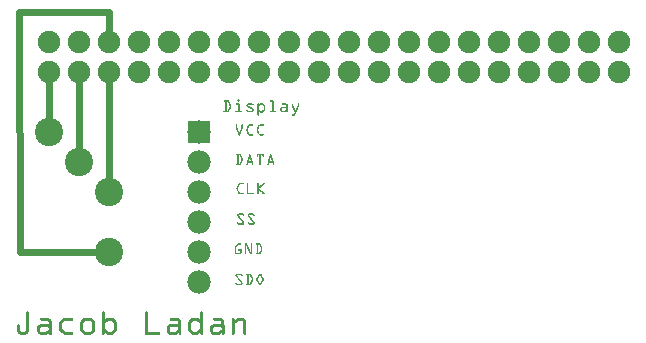
<source format=gtl>
G04 MADE WITH FRITZING*
G04 WWW.FRITZING.ORG*
G04 DOUBLE SIDED*
G04 HOLES PLATED*
G04 CONTOUR ON CENTER OF CONTOUR VECTOR*
%ASAXBY*%
%FSLAX23Y23*%
%MOIN*%
%OFA0B0*%
%SFA1.0B1.0*%
%ADD10C,0.094488*%
%ADD11C,0.078000*%
%ADD12C,0.075361*%
%ADD13R,0.078000X0.078000*%
%ADD14C,0.024000*%
%ADD15R,0.001000X0.001000*%
%LNCOPPER1*%
G90*
G70*
G54D10*
X344Y509D03*
X244Y609D03*
X144Y709D03*
X344Y309D03*
G54D11*
X644Y709D03*
X644Y609D03*
X644Y509D03*
X644Y409D03*
X644Y309D03*
X644Y209D03*
G54D12*
X144Y909D03*
X244Y909D03*
X344Y909D03*
X444Y909D03*
X544Y909D03*
X644Y909D03*
X744Y909D03*
X844Y909D03*
X944Y909D03*
X1044Y909D03*
X1144Y909D03*
X1244Y909D03*
X1344Y909D03*
X1444Y909D03*
X1544Y909D03*
X1644Y909D03*
X1744Y909D03*
X1844Y909D03*
X1944Y909D03*
X2044Y909D03*
X2044Y1009D03*
X1944Y1009D03*
X1844Y1009D03*
X1744Y1009D03*
X1644Y1009D03*
X1544Y1009D03*
X1444Y1009D03*
X1344Y1009D03*
X1244Y1009D03*
X1144Y1009D03*
X1044Y1009D03*
X944Y1009D03*
X844Y1009D03*
X744Y1009D03*
X644Y1009D03*
X544Y1009D03*
X444Y1009D03*
X344Y1009D03*
X244Y1009D03*
X144Y1009D03*
G54D13*
X644Y709D03*
G54D14*
X43Y1110D02*
X344Y1110D01*
D02*
X344Y1110D02*
X344Y1041D01*
D02*
X45Y310D02*
X43Y1110D01*
D02*
X317Y309D02*
X45Y310D01*
D02*
X144Y736D02*
X144Y878D01*
D02*
X244Y636D02*
X244Y878D01*
D02*
X344Y536D02*
X344Y878D01*
G54D15*
X772Y818D02*
X776Y818D01*
X771Y817D02*
X777Y817D01*
X727Y816D02*
X738Y816D01*
X771Y816D02*
X778Y816D01*
X881Y816D02*
X889Y816D01*
X726Y815D02*
X741Y815D01*
X771Y815D02*
X778Y815D01*
X879Y815D02*
X890Y815D01*
X725Y814D02*
X742Y814D01*
X771Y814D02*
X778Y814D01*
X879Y814D02*
X891Y814D01*
X725Y813D02*
X743Y813D01*
X771Y813D02*
X777Y813D01*
X879Y813D02*
X891Y813D01*
X726Y812D02*
X743Y812D01*
X771Y812D02*
X777Y812D01*
X879Y812D02*
X891Y812D01*
X727Y811D02*
X744Y811D01*
X773Y811D02*
X775Y811D01*
X881Y811D02*
X891Y811D01*
X730Y810D02*
X735Y810D01*
X739Y810D02*
X744Y810D01*
X887Y810D02*
X891Y810D01*
X730Y809D02*
X735Y809D01*
X740Y809D02*
X745Y809D01*
X887Y809D02*
X891Y809D01*
X730Y808D02*
X735Y808D01*
X741Y808D02*
X745Y808D01*
X887Y808D02*
X891Y808D01*
X730Y807D02*
X735Y807D01*
X741Y807D02*
X746Y807D01*
X887Y807D02*
X891Y807D01*
X730Y806D02*
X735Y806D01*
X742Y806D02*
X746Y806D01*
X840Y806D02*
X841Y806D01*
X849Y806D02*
X853Y806D01*
X887Y806D02*
X891Y806D01*
X730Y805D02*
X735Y805D01*
X742Y805D02*
X747Y805D01*
X768Y805D02*
X775Y805D01*
X807Y805D02*
X819Y805D01*
X839Y805D02*
X842Y805D01*
X847Y805D02*
X855Y805D01*
X887Y805D02*
X891Y805D01*
X921Y805D02*
X932Y805D01*
X954Y805D02*
X954Y805D01*
X975Y805D02*
X975Y805D01*
X730Y804D02*
X735Y804D01*
X743Y804D02*
X747Y804D01*
X766Y804D02*
X777Y804D01*
X804Y804D02*
X822Y804D01*
X839Y804D02*
X843Y804D01*
X846Y804D02*
X857Y804D01*
X887Y804D02*
X891Y804D01*
X920Y804D02*
X935Y804D01*
X952Y804D02*
X956Y804D01*
X973Y804D02*
X976Y804D01*
X730Y803D02*
X735Y803D01*
X743Y803D02*
X748Y803D01*
X766Y803D02*
X777Y803D01*
X803Y803D02*
X824Y803D01*
X838Y803D02*
X843Y803D01*
X845Y803D02*
X858Y803D01*
X887Y803D02*
X891Y803D01*
X919Y803D02*
X936Y803D01*
X952Y803D02*
X956Y803D01*
X973Y803D02*
X977Y803D01*
X730Y802D02*
X735Y802D01*
X744Y802D02*
X748Y802D01*
X766Y802D02*
X778Y802D01*
X802Y802D02*
X824Y802D01*
X838Y802D02*
X859Y802D01*
X887Y802D02*
X891Y802D01*
X919Y802D02*
X937Y802D01*
X952Y802D02*
X956Y802D01*
X973Y802D02*
X977Y802D01*
X730Y801D02*
X735Y801D01*
X744Y801D02*
X749Y801D01*
X766Y801D02*
X778Y801D01*
X802Y801D02*
X825Y801D01*
X838Y801D02*
X860Y801D01*
X887Y801D02*
X891Y801D01*
X920Y801D02*
X938Y801D01*
X952Y801D02*
X956Y801D01*
X973Y801D02*
X977Y801D01*
X730Y800D02*
X735Y800D01*
X745Y800D02*
X749Y800D01*
X767Y800D02*
X778Y800D01*
X801Y800D02*
X825Y800D01*
X838Y800D02*
X848Y800D01*
X854Y800D02*
X861Y800D01*
X887Y800D02*
X891Y800D01*
X921Y800D02*
X938Y800D01*
X952Y800D02*
X956Y800D01*
X973Y800D02*
X977Y800D01*
X730Y799D02*
X735Y799D01*
X745Y799D02*
X750Y799D01*
X773Y799D02*
X778Y799D01*
X801Y799D02*
X806Y799D01*
X821Y799D02*
X825Y799D01*
X838Y799D02*
X847Y799D01*
X855Y799D02*
X862Y799D01*
X887Y799D02*
X891Y799D01*
X933Y799D02*
X938Y799D01*
X952Y799D02*
X956Y799D01*
X973Y799D02*
X977Y799D01*
X730Y798D02*
X735Y798D01*
X745Y798D02*
X750Y798D01*
X773Y798D02*
X778Y798D01*
X801Y798D02*
X806Y798D01*
X822Y798D02*
X824Y798D01*
X838Y798D02*
X846Y798D01*
X856Y798D02*
X863Y798D01*
X887Y798D02*
X891Y798D01*
X934Y798D02*
X938Y798D01*
X952Y798D02*
X956Y798D01*
X972Y798D02*
X977Y798D01*
X730Y797D02*
X735Y797D01*
X746Y797D02*
X750Y797D01*
X773Y797D02*
X778Y797D01*
X802Y797D02*
X806Y797D01*
X838Y797D02*
X845Y797D01*
X858Y797D02*
X863Y797D01*
X887Y797D02*
X891Y797D01*
X934Y797D02*
X939Y797D01*
X952Y797D02*
X957Y797D01*
X972Y797D02*
X977Y797D01*
X730Y796D02*
X735Y796D01*
X746Y796D02*
X750Y796D01*
X773Y796D02*
X778Y796D01*
X802Y796D02*
X809Y796D01*
X838Y796D02*
X844Y796D01*
X859Y796D02*
X863Y796D01*
X887Y796D02*
X891Y796D01*
X934Y796D02*
X939Y796D01*
X952Y796D02*
X957Y796D01*
X972Y796D02*
X976Y796D01*
X730Y795D02*
X735Y795D01*
X746Y795D02*
X750Y795D01*
X773Y795D02*
X778Y795D01*
X802Y795D02*
X811Y795D01*
X838Y795D02*
X843Y795D01*
X859Y795D02*
X864Y795D01*
X887Y795D02*
X891Y795D01*
X934Y795D02*
X939Y795D01*
X953Y795D02*
X958Y795D01*
X971Y795D02*
X976Y795D01*
X730Y794D02*
X735Y794D01*
X746Y794D02*
X750Y794D01*
X773Y794D02*
X778Y794D01*
X803Y794D02*
X813Y794D01*
X838Y794D02*
X843Y794D01*
X859Y794D02*
X864Y794D01*
X887Y794D02*
X891Y794D01*
X934Y794D02*
X939Y794D01*
X953Y794D02*
X958Y794D01*
X971Y794D02*
X975Y794D01*
X730Y793D02*
X735Y793D01*
X745Y793D02*
X750Y793D01*
X773Y793D02*
X778Y793D01*
X804Y793D02*
X816Y793D01*
X838Y793D02*
X843Y793D01*
X859Y793D02*
X864Y793D01*
X887Y793D02*
X891Y793D01*
X918Y793D02*
X939Y793D01*
X954Y793D02*
X959Y793D01*
X970Y793D02*
X975Y793D01*
X730Y792D02*
X735Y792D01*
X745Y792D02*
X750Y792D01*
X773Y792D02*
X778Y792D01*
X806Y792D02*
X818Y792D01*
X838Y792D02*
X843Y792D01*
X859Y792D02*
X864Y792D01*
X887Y792D02*
X891Y792D01*
X917Y792D02*
X939Y792D01*
X954Y792D02*
X959Y792D01*
X970Y792D02*
X975Y792D01*
X730Y791D02*
X735Y791D01*
X744Y791D02*
X749Y791D01*
X773Y791D02*
X778Y791D01*
X808Y791D02*
X820Y791D01*
X838Y791D02*
X843Y791D01*
X859Y791D02*
X864Y791D01*
X887Y791D02*
X891Y791D01*
X916Y791D02*
X939Y791D01*
X955Y791D02*
X959Y791D01*
X969Y791D02*
X974Y791D01*
X730Y790D02*
X735Y790D01*
X744Y790D02*
X749Y790D01*
X773Y790D02*
X778Y790D01*
X810Y790D02*
X822Y790D01*
X838Y790D02*
X843Y790D01*
X859Y790D02*
X864Y790D01*
X887Y790D02*
X891Y790D01*
X915Y790D02*
X939Y790D01*
X955Y790D02*
X960Y790D01*
X969Y790D02*
X974Y790D01*
X730Y789D02*
X735Y789D01*
X743Y789D02*
X748Y789D01*
X773Y789D02*
X778Y789D01*
X813Y789D02*
X823Y789D01*
X838Y789D02*
X843Y789D01*
X859Y789D02*
X864Y789D01*
X887Y789D02*
X891Y789D01*
X915Y789D02*
X939Y789D01*
X956Y789D02*
X960Y789D01*
X968Y789D02*
X973Y789D01*
X730Y788D02*
X735Y788D01*
X743Y788D02*
X748Y788D01*
X773Y788D02*
X778Y788D01*
X815Y788D02*
X824Y788D01*
X838Y788D02*
X843Y788D01*
X859Y788D02*
X864Y788D01*
X887Y788D02*
X891Y788D01*
X914Y788D02*
X919Y788D01*
X934Y788D02*
X939Y788D01*
X956Y788D02*
X961Y788D01*
X968Y788D02*
X973Y788D01*
X730Y787D02*
X735Y787D01*
X742Y787D02*
X747Y787D01*
X773Y787D02*
X778Y787D01*
X817Y787D02*
X825Y787D01*
X838Y787D02*
X843Y787D01*
X859Y787D02*
X864Y787D01*
X887Y787D02*
X891Y787D01*
X914Y787D02*
X919Y787D01*
X934Y787D02*
X939Y787D01*
X956Y787D02*
X961Y787D01*
X968Y787D02*
X972Y787D01*
X730Y786D02*
X735Y786D01*
X742Y786D02*
X747Y786D01*
X773Y786D02*
X778Y786D01*
X820Y786D02*
X825Y786D01*
X838Y786D02*
X843Y786D01*
X859Y786D02*
X864Y786D01*
X887Y786D02*
X891Y786D01*
X914Y786D02*
X918Y786D01*
X935Y786D02*
X939Y786D01*
X957Y786D02*
X962Y786D01*
X967Y786D02*
X972Y786D01*
X730Y785D02*
X735Y785D01*
X741Y785D02*
X746Y785D01*
X773Y785D02*
X778Y785D01*
X821Y785D02*
X826Y785D01*
X838Y785D02*
X843Y785D01*
X859Y785D02*
X864Y785D01*
X887Y785D02*
X891Y785D01*
X914Y785D02*
X918Y785D01*
X935Y785D02*
X939Y785D01*
X957Y785D02*
X962Y785D01*
X967Y785D02*
X972Y785D01*
X730Y784D02*
X735Y784D01*
X741Y784D02*
X746Y784D01*
X773Y784D02*
X778Y784D01*
X821Y784D02*
X826Y784D01*
X838Y784D02*
X844Y784D01*
X858Y784D02*
X863Y784D01*
X887Y784D02*
X891Y784D01*
X914Y784D02*
X918Y784D01*
X934Y784D02*
X939Y784D01*
X958Y784D02*
X962Y784D01*
X966Y784D02*
X971Y784D01*
X730Y783D02*
X735Y783D01*
X740Y783D02*
X745Y783D01*
X773Y783D02*
X778Y783D01*
X821Y783D02*
X826Y783D01*
X838Y783D02*
X845Y783D01*
X857Y783D02*
X863Y783D01*
X887Y783D02*
X891Y783D01*
X914Y783D02*
X918Y783D01*
X933Y783D02*
X939Y783D01*
X958Y783D02*
X963Y783D01*
X966Y783D02*
X971Y783D01*
X730Y782D02*
X735Y782D01*
X740Y782D02*
X745Y782D01*
X773Y782D02*
X778Y782D01*
X801Y782D02*
X804Y782D01*
X821Y782D02*
X826Y782D01*
X838Y782D02*
X846Y782D01*
X856Y782D02*
X863Y782D01*
X887Y782D02*
X891Y782D01*
X914Y782D02*
X919Y782D01*
X931Y782D02*
X939Y782D01*
X959Y782D02*
X970Y782D01*
X730Y781D02*
X735Y781D01*
X739Y781D02*
X744Y781D01*
X773Y781D02*
X778Y781D01*
X801Y781D02*
X806Y781D01*
X820Y781D02*
X825Y781D01*
X838Y781D02*
X847Y781D01*
X855Y781D02*
X862Y781D01*
X887Y781D02*
X891Y781D01*
X914Y781D02*
X920Y781D01*
X930Y781D02*
X939Y781D01*
X959Y781D02*
X970Y781D01*
X726Y780D02*
X744Y780D01*
X767Y780D02*
X784Y780D01*
X801Y780D02*
X825Y780D01*
X838Y780D02*
X849Y780D01*
X854Y780D02*
X861Y780D01*
X880Y780D02*
X898Y780D01*
X915Y780D02*
X939Y780D01*
X959Y780D02*
X969Y780D01*
X725Y779D02*
X743Y779D01*
X766Y779D02*
X785Y779D01*
X801Y779D02*
X824Y779D01*
X838Y779D02*
X860Y779D01*
X879Y779D02*
X898Y779D01*
X915Y779D02*
X939Y779D01*
X960Y779D02*
X969Y779D01*
X725Y778D02*
X742Y778D01*
X765Y778D02*
X785Y778D01*
X802Y778D02*
X824Y778D01*
X838Y778D02*
X859Y778D01*
X879Y778D02*
X899Y778D01*
X916Y778D02*
X939Y778D01*
X961Y778D02*
X968Y778D01*
X725Y777D02*
X741Y777D01*
X766Y777D02*
X785Y777D01*
X803Y777D02*
X823Y777D01*
X838Y777D02*
X843Y777D01*
X845Y777D02*
X857Y777D01*
X879Y777D02*
X899Y777D01*
X917Y777D02*
X932Y777D01*
X935Y777D02*
X939Y777D01*
X963Y777D02*
X968Y777D01*
X726Y776D02*
X740Y776D01*
X766Y776D02*
X784Y776D01*
X805Y776D02*
X821Y776D01*
X838Y776D02*
X843Y776D01*
X846Y776D02*
X856Y776D01*
X880Y776D02*
X898Y776D01*
X919Y776D02*
X931Y776D01*
X936Y776D02*
X938Y776D01*
X963Y776D02*
X968Y776D01*
X838Y775D02*
X843Y775D01*
X848Y775D02*
X855Y775D01*
X962Y775D02*
X967Y775D01*
X838Y774D02*
X843Y774D01*
X962Y774D02*
X967Y774D01*
X838Y773D02*
X843Y773D01*
X961Y773D02*
X966Y773D01*
X838Y772D02*
X843Y772D01*
X961Y772D02*
X966Y772D01*
X838Y771D02*
X843Y771D01*
X961Y771D02*
X965Y771D01*
X838Y770D02*
X843Y770D01*
X960Y770D02*
X965Y770D01*
X838Y769D02*
X843Y769D01*
X953Y769D02*
X965Y769D01*
X838Y768D02*
X843Y768D01*
X952Y768D02*
X964Y768D01*
X838Y767D02*
X843Y767D01*
X952Y767D02*
X964Y767D01*
X839Y766D02*
X843Y766D01*
X952Y766D02*
X963Y766D01*
X839Y765D02*
X842Y765D01*
X953Y765D02*
X962Y765D01*
X767Y735D02*
X769Y735D01*
X786Y735D02*
X788Y735D01*
X811Y735D02*
X823Y735D01*
X846Y735D02*
X858Y735D01*
X766Y734D02*
X769Y734D01*
X785Y734D02*
X789Y734D01*
X809Y734D02*
X823Y734D01*
X844Y734D02*
X858Y734D01*
X766Y733D02*
X770Y733D01*
X785Y733D02*
X789Y733D01*
X808Y733D02*
X824Y733D01*
X843Y733D02*
X859Y733D01*
X766Y732D02*
X770Y732D01*
X785Y732D02*
X789Y732D01*
X807Y732D02*
X823Y732D01*
X842Y732D02*
X858Y732D01*
X766Y731D02*
X770Y731D01*
X785Y731D02*
X789Y731D01*
X806Y731D02*
X823Y731D01*
X841Y731D02*
X858Y731D01*
X766Y730D02*
X770Y730D01*
X785Y730D02*
X789Y730D01*
X806Y730D02*
X811Y730D01*
X841Y730D02*
X846Y730D01*
X766Y729D02*
X770Y729D01*
X785Y729D02*
X789Y729D01*
X805Y729D02*
X810Y729D01*
X840Y729D02*
X845Y729D01*
X766Y728D02*
X770Y728D01*
X785Y728D02*
X789Y728D01*
X805Y728D02*
X810Y728D01*
X840Y728D02*
X844Y728D01*
X766Y727D02*
X770Y727D01*
X785Y727D02*
X789Y727D01*
X804Y727D02*
X809Y727D01*
X839Y727D02*
X844Y727D01*
X766Y726D02*
X770Y726D01*
X785Y726D02*
X789Y726D01*
X804Y726D02*
X809Y726D01*
X839Y726D02*
X843Y726D01*
X766Y725D02*
X770Y725D01*
X785Y725D02*
X789Y725D01*
X804Y725D02*
X808Y725D01*
X838Y725D02*
X843Y725D01*
X766Y724D02*
X770Y724D01*
X785Y724D02*
X789Y724D01*
X803Y724D02*
X808Y724D01*
X838Y724D02*
X842Y724D01*
X766Y723D02*
X771Y723D01*
X784Y723D02*
X788Y723D01*
X803Y723D02*
X807Y723D01*
X837Y723D02*
X842Y723D01*
X767Y722D02*
X771Y722D01*
X784Y722D02*
X788Y722D01*
X802Y722D02*
X807Y722D01*
X837Y722D02*
X841Y722D01*
X767Y721D02*
X771Y721D01*
X783Y721D02*
X788Y721D01*
X802Y721D02*
X806Y721D01*
X836Y721D02*
X841Y721D01*
X767Y720D02*
X772Y720D01*
X783Y720D02*
X787Y720D01*
X801Y720D02*
X805Y720D01*
X836Y720D02*
X840Y720D01*
X768Y719D02*
X772Y719D01*
X783Y719D02*
X787Y719D01*
X801Y719D02*
X805Y719D01*
X836Y719D02*
X840Y719D01*
X768Y718D02*
X772Y718D01*
X782Y718D02*
X786Y718D01*
X801Y718D02*
X805Y718D01*
X836Y718D02*
X840Y718D01*
X769Y717D02*
X773Y717D01*
X782Y717D02*
X786Y717D01*
X801Y717D02*
X805Y717D01*
X836Y717D02*
X839Y717D01*
X769Y716D02*
X773Y716D01*
X781Y716D02*
X786Y716D01*
X801Y716D02*
X805Y716D01*
X836Y716D02*
X839Y716D01*
X769Y715D02*
X774Y715D01*
X781Y715D02*
X785Y715D01*
X801Y715D02*
X805Y715D01*
X836Y715D02*
X840Y715D01*
X770Y714D02*
X774Y714D01*
X781Y714D02*
X785Y714D01*
X801Y714D02*
X805Y714D01*
X836Y714D02*
X840Y714D01*
X770Y713D02*
X774Y713D01*
X780Y713D02*
X784Y713D01*
X801Y713D02*
X806Y713D01*
X836Y713D02*
X840Y713D01*
X771Y712D02*
X775Y712D01*
X780Y712D02*
X784Y712D01*
X802Y712D02*
X806Y712D01*
X837Y712D02*
X841Y712D01*
X771Y711D02*
X775Y711D01*
X779Y711D02*
X784Y711D01*
X802Y711D02*
X807Y711D01*
X837Y711D02*
X841Y711D01*
X771Y710D02*
X776Y710D01*
X779Y710D02*
X783Y710D01*
X803Y710D02*
X807Y710D01*
X837Y710D02*
X842Y710D01*
X772Y709D02*
X776Y709D01*
X779Y709D02*
X783Y709D01*
X803Y709D02*
X808Y709D01*
X838Y709D02*
X842Y709D01*
X772Y708D02*
X776Y708D01*
X778Y708D02*
X783Y708D01*
X804Y708D02*
X808Y708D01*
X838Y708D02*
X843Y708D01*
X772Y707D02*
X782Y707D01*
X804Y707D02*
X809Y707D01*
X839Y707D02*
X843Y707D01*
X773Y706D02*
X782Y706D01*
X805Y706D02*
X809Y706D01*
X839Y706D02*
X844Y706D01*
X773Y705D02*
X781Y705D01*
X805Y705D02*
X810Y705D01*
X840Y705D02*
X844Y705D01*
X774Y704D02*
X781Y704D01*
X806Y704D02*
X810Y704D01*
X840Y704D02*
X845Y704D01*
X774Y703D02*
X781Y703D01*
X806Y703D02*
X811Y703D01*
X841Y703D02*
X846Y703D01*
X774Y702D02*
X780Y702D01*
X807Y702D02*
X823Y702D01*
X841Y702D02*
X858Y702D01*
X775Y701D02*
X780Y701D01*
X807Y701D02*
X824Y701D01*
X842Y701D02*
X858Y701D01*
X775Y700D02*
X779Y700D01*
X808Y700D02*
X824Y700D01*
X843Y700D02*
X859Y700D01*
X776Y699D02*
X779Y699D01*
X809Y699D02*
X823Y699D01*
X844Y699D02*
X858Y699D01*
X777Y698D02*
X778Y698D01*
X811Y698D02*
X822Y698D01*
X846Y698D02*
X857Y698D01*
X767Y636D02*
X779Y636D01*
X812Y636D02*
X813Y636D01*
X836Y636D02*
X859Y636D01*
X881Y636D02*
X883Y636D01*
X766Y635D02*
X781Y635D01*
X811Y635D02*
X814Y635D01*
X836Y635D02*
X859Y635D01*
X881Y635D02*
X884Y635D01*
X766Y634D02*
X782Y634D01*
X810Y634D02*
X814Y634D01*
X836Y634D02*
X859Y634D01*
X880Y634D02*
X884Y634D01*
X766Y633D02*
X782Y633D01*
X810Y633D02*
X815Y633D01*
X836Y633D02*
X859Y633D01*
X880Y633D02*
X884Y633D01*
X767Y632D02*
X783Y632D01*
X810Y632D02*
X815Y632D01*
X836Y632D02*
X859Y632D01*
X879Y632D02*
X885Y632D01*
X771Y631D02*
X775Y631D01*
X779Y631D02*
X784Y631D01*
X809Y631D02*
X815Y631D01*
X836Y631D02*
X840Y631D01*
X845Y631D02*
X849Y631D01*
X855Y631D02*
X859Y631D01*
X879Y631D02*
X885Y631D01*
X771Y630D02*
X775Y630D01*
X780Y630D02*
X784Y630D01*
X809Y630D02*
X816Y630D01*
X836Y630D02*
X840Y630D01*
X845Y630D02*
X849Y630D01*
X855Y630D02*
X859Y630D01*
X879Y630D02*
X885Y630D01*
X771Y629D02*
X775Y629D01*
X780Y629D02*
X785Y629D01*
X809Y629D02*
X816Y629D01*
X836Y629D02*
X839Y629D01*
X845Y629D02*
X849Y629D01*
X855Y629D02*
X859Y629D01*
X879Y629D02*
X886Y629D01*
X771Y628D02*
X775Y628D01*
X781Y628D02*
X785Y628D01*
X809Y628D02*
X816Y628D01*
X837Y628D02*
X839Y628D01*
X845Y628D02*
X849Y628D01*
X856Y628D02*
X858Y628D01*
X878Y628D02*
X886Y628D01*
X771Y627D02*
X775Y627D01*
X781Y627D02*
X786Y627D01*
X808Y627D02*
X816Y627D01*
X845Y627D02*
X849Y627D01*
X878Y627D02*
X886Y627D01*
X771Y626D02*
X775Y626D01*
X782Y626D02*
X786Y626D01*
X808Y626D02*
X817Y626D01*
X845Y626D02*
X849Y626D01*
X878Y626D02*
X886Y626D01*
X771Y625D02*
X775Y625D01*
X782Y625D02*
X787Y625D01*
X808Y625D02*
X817Y625D01*
X845Y625D02*
X849Y625D01*
X877Y625D02*
X887Y625D01*
X771Y624D02*
X775Y624D01*
X783Y624D02*
X787Y624D01*
X807Y624D02*
X811Y624D01*
X813Y624D02*
X817Y624D01*
X845Y624D02*
X849Y624D01*
X877Y624D02*
X881Y624D01*
X883Y624D02*
X887Y624D01*
X771Y623D02*
X775Y623D01*
X783Y623D02*
X788Y623D01*
X807Y623D02*
X811Y623D01*
X813Y623D02*
X818Y623D01*
X845Y623D02*
X849Y623D01*
X877Y623D02*
X881Y623D01*
X883Y623D02*
X887Y623D01*
X771Y622D02*
X775Y622D01*
X784Y622D02*
X788Y622D01*
X807Y622D02*
X811Y622D01*
X814Y622D02*
X818Y622D01*
X845Y622D02*
X849Y622D01*
X877Y622D02*
X881Y622D01*
X884Y622D02*
X888Y622D01*
X771Y621D02*
X775Y621D01*
X784Y621D02*
X788Y621D01*
X806Y621D02*
X811Y621D01*
X814Y621D02*
X818Y621D01*
X845Y621D02*
X849Y621D01*
X876Y621D02*
X880Y621D01*
X884Y621D02*
X888Y621D01*
X771Y620D02*
X775Y620D01*
X785Y620D02*
X789Y620D01*
X806Y620D02*
X810Y620D01*
X814Y620D02*
X818Y620D01*
X845Y620D02*
X849Y620D01*
X876Y620D02*
X880Y620D01*
X884Y620D02*
X888Y620D01*
X771Y619D02*
X775Y619D01*
X785Y619D02*
X789Y619D01*
X806Y619D02*
X810Y619D01*
X815Y619D02*
X819Y619D01*
X845Y619D02*
X849Y619D01*
X876Y619D02*
X880Y619D01*
X884Y619D02*
X889Y619D01*
X771Y618D02*
X775Y618D01*
X785Y618D02*
X789Y618D01*
X806Y618D02*
X810Y618D01*
X815Y618D02*
X819Y618D01*
X845Y618D02*
X849Y618D01*
X875Y618D02*
X879Y618D01*
X885Y618D02*
X889Y618D01*
X771Y617D02*
X775Y617D01*
X785Y617D02*
X789Y617D01*
X805Y617D02*
X809Y617D01*
X815Y617D02*
X819Y617D01*
X845Y617D02*
X849Y617D01*
X875Y617D02*
X879Y617D01*
X885Y617D02*
X889Y617D01*
X771Y616D02*
X775Y616D01*
X785Y616D02*
X789Y616D01*
X805Y616D02*
X809Y616D01*
X816Y616D02*
X820Y616D01*
X845Y616D02*
X849Y616D01*
X875Y616D02*
X879Y616D01*
X885Y616D02*
X889Y616D01*
X771Y615D02*
X775Y615D01*
X785Y615D02*
X789Y615D01*
X805Y615D02*
X809Y615D01*
X816Y615D02*
X820Y615D01*
X845Y615D02*
X849Y615D01*
X874Y615D02*
X879Y615D01*
X886Y615D02*
X890Y615D01*
X771Y614D02*
X775Y614D01*
X784Y614D02*
X788Y614D01*
X804Y614D02*
X809Y614D01*
X816Y614D02*
X820Y614D01*
X845Y614D02*
X849Y614D01*
X874Y614D02*
X878Y614D01*
X886Y614D02*
X890Y614D01*
X771Y613D02*
X775Y613D01*
X784Y613D02*
X788Y613D01*
X804Y613D02*
X808Y613D01*
X816Y613D02*
X821Y613D01*
X845Y613D02*
X849Y613D01*
X874Y613D02*
X878Y613D01*
X886Y613D02*
X890Y613D01*
X771Y612D02*
X775Y612D01*
X783Y612D02*
X788Y612D01*
X804Y612D02*
X808Y612D01*
X817Y612D02*
X821Y612D01*
X845Y612D02*
X849Y612D01*
X874Y612D02*
X878Y612D01*
X886Y612D02*
X891Y612D01*
X771Y611D02*
X775Y611D01*
X783Y611D02*
X787Y611D01*
X804Y611D02*
X821Y611D01*
X845Y611D02*
X849Y611D01*
X873Y611D02*
X891Y611D01*
X771Y610D02*
X775Y610D01*
X782Y610D02*
X787Y610D01*
X803Y610D02*
X821Y610D01*
X845Y610D02*
X849Y610D01*
X873Y610D02*
X891Y610D01*
X771Y609D02*
X775Y609D01*
X782Y609D02*
X786Y609D01*
X803Y609D02*
X822Y609D01*
X845Y609D02*
X849Y609D01*
X873Y609D02*
X891Y609D01*
X771Y608D02*
X775Y608D01*
X781Y608D02*
X786Y608D01*
X803Y608D02*
X822Y608D01*
X845Y608D02*
X849Y608D01*
X872Y608D02*
X892Y608D01*
X771Y607D02*
X775Y607D01*
X781Y607D02*
X785Y607D01*
X802Y607D02*
X822Y607D01*
X845Y607D02*
X849Y607D01*
X872Y607D02*
X892Y607D01*
X771Y606D02*
X775Y606D01*
X780Y606D02*
X785Y606D01*
X802Y606D02*
X806Y606D01*
X818Y606D02*
X823Y606D01*
X845Y606D02*
X849Y606D01*
X872Y606D02*
X876Y606D01*
X888Y606D02*
X892Y606D01*
X771Y605D02*
X775Y605D01*
X780Y605D02*
X784Y605D01*
X802Y605D02*
X806Y605D01*
X819Y605D02*
X823Y605D01*
X845Y605D02*
X849Y605D01*
X872Y605D02*
X876Y605D01*
X889Y605D02*
X893Y605D01*
X771Y604D02*
X775Y604D01*
X779Y604D02*
X784Y604D01*
X802Y604D02*
X806Y604D01*
X819Y604D02*
X823Y604D01*
X845Y604D02*
X849Y604D01*
X871Y604D02*
X875Y604D01*
X889Y604D02*
X893Y604D01*
X767Y603D02*
X783Y603D01*
X801Y603D02*
X805Y603D01*
X819Y603D02*
X823Y603D01*
X845Y603D02*
X849Y603D01*
X871Y603D02*
X875Y603D01*
X889Y603D02*
X893Y603D01*
X766Y602D02*
X783Y602D01*
X801Y602D02*
X805Y602D01*
X820Y602D02*
X824Y602D01*
X845Y602D02*
X849Y602D01*
X871Y602D02*
X875Y602D01*
X889Y602D02*
X893Y602D01*
X766Y601D02*
X782Y601D01*
X801Y601D02*
X805Y601D01*
X820Y601D02*
X824Y601D01*
X845Y601D02*
X849Y601D01*
X870Y601D02*
X875Y601D01*
X890Y601D02*
X894Y601D01*
X766Y600D02*
X781Y600D01*
X801Y600D02*
X804Y600D01*
X820Y600D02*
X824Y600D01*
X846Y600D02*
X849Y600D01*
X871Y600D02*
X874Y600D01*
X890Y600D02*
X893Y600D01*
X767Y599D02*
X779Y599D01*
X802Y599D02*
X803Y599D01*
X821Y599D02*
X823Y599D01*
X847Y599D02*
X848Y599D01*
X872Y599D02*
X873Y599D01*
X891Y599D02*
X892Y599D01*
X777Y539D02*
X791Y539D01*
X804Y539D02*
X806Y539D01*
X838Y539D02*
X841Y539D01*
X858Y539D02*
X860Y539D01*
X776Y538D02*
X791Y538D01*
X803Y538D02*
X807Y538D01*
X838Y538D02*
X842Y538D01*
X856Y538D02*
X861Y538D01*
X775Y537D02*
X791Y537D01*
X803Y537D02*
X807Y537D01*
X838Y537D02*
X842Y537D01*
X855Y537D02*
X861Y537D01*
X774Y536D02*
X791Y536D01*
X803Y536D02*
X807Y536D01*
X838Y536D02*
X842Y536D01*
X854Y536D02*
X860Y536D01*
X774Y535D02*
X780Y535D01*
X803Y535D02*
X807Y535D01*
X838Y535D02*
X842Y535D01*
X853Y535D02*
X859Y535D01*
X773Y534D02*
X778Y534D01*
X803Y534D02*
X807Y534D01*
X838Y534D02*
X842Y534D01*
X852Y534D02*
X858Y534D01*
X773Y533D02*
X777Y533D01*
X803Y533D02*
X807Y533D01*
X838Y533D02*
X842Y533D01*
X851Y533D02*
X857Y533D01*
X772Y532D02*
X777Y532D01*
X803Y532D02*
X807Y532D01*
X838Y532D02*
X842Y532D01*
X849Y532D02*
X856Y532D01*
X772Y531D02*
X776Y531D01*
X803Y531D02*
X807Y531D01*
X838Y531D02*
X842Y531D01*
X848Y531D02*
X855Y531D01*
X771Y530D02*
X776Y530D01*
X803Y530D02*
X807Y530D01*
X838Y530D02*
X842Y530D01*
X847Y530D02*
X854Y530D01*
X771Y529D02*
X775Y529D01*
X803Y529D02*
X807Y529D01*
X838Y529D02*
X842Y529D01*
X846Y529D02*
X852Y529D01*
X770Y528D02*
X775Y528D01*
X803Y528D02*
X807Y528D01*
X838Y528D02*
X842Y528D01*
X845Y528D02*
X851Y528D01*
X770Y527D02*
X774Y527D01*
X803Y527D02*
X807Y527D01*
X838Y527D02*
X842Y527D01*
X844Y527D02*
X850Y527D01*
X769Y526D02*
X774Y526D01*
X803Y526D02*
X807Y526D01*
X838Y526D02*
X849Y526D01*
X769Y525D02*
X773Y525D01*
X803Y525D02*
X807Y525D01*
X838Y525D02*
X848Y525D01*
X769Y524D02*
X773Y524D01*
X803Y524D02*
X807Y524D01*
X838Y524D02*
X847Y524D01*
X768Y523D02*
X772Y523D01*
X803Y523D02*
X807Y523D01*
X838Y523D02*
X845Y523D01*
X768Y522D02*
X772Y522D01*
X803Y522D02*
X807Y522D01*
X838Y522D02*
X844Y522D01*
X768Y521D02*
X772Y521D01*
X803Y521D02*
X807Y521D01*
X838Y521D02*
X843Y521D01*
X768Y520D02*
X772Y520D01*
X803Y520D02*
X807Y520D01*
X838Y520D02*
X844Y520D01*
X768Y519D02*
X772Y519D01*
X803Y519D02*
X807Y519D01*
X838Y519D02*
X846Y519D01*
X769Y518D02*
X773Y518D01*
X803Y518D02*
X807Y518D01*
X838Y518D02*
X847Y518D01*
X769Y517D02*
X773Y517D01*
X803Y517D02*
X807Y517D01*
X838Y517D02*
X848Y517D01*
X769Y516D02*
X774Y516D01*
X803Y516D02*
X807Y516D01*
X838Y516D02*
X849Y516D01*
X770Y515D02*
X774Y515D01*
X803Y515D02*
X807Y515D01*
X838Y515D02*
X842Y515D01*
X844Y515D02*
X850Y515D01*
X770Y514D02*
X775Y514D01*
X803Y514D02*
X807Y514D01*
X838Y514D02*
X842Y514D01*
X845Y514D02*
X851Y514D01*
X771Y513D02*
X775Y513D01*
X803Y513D02*
X807Y513D01*
X838Y513D02*
X842Y513D01*
X846Y513D02*
X853Y513D01*
X771Y512D02*
X776Y512D01*
X803Y512D02*
X807Y512D01*
X838Y512D02*
X842Y512D01*
X847Y512D02*
X854Y512D01*
X772Y511D02*
X776Y511D01*
X803Y511D02*
X807Y511D01*
X838Y511D02*
X842Y511D01*
X848Y511D02*
X855Y511D01*
X772Y510D02*
X777Y510D01*
X803Y510D02*
X807Y510D01*
X838Y510D02*
X842Y510D01*
X850Y510D02*
X856Y510D01*
X773Y509D02*
X777Y509D01*
X803Y509D02*
X807Y509D01*
X838Y509D02*
X842Y509D01*
X851Y509D02*
X857Y509D01*
X773Y508D02*
X778Y508D01*
X803Y508D02*
X807Y508D01*
X838Y508D02*
X842Y508D01*
X852Y508D02*
X858Y508D01*
X774Y507D02*
X789Y507D01*
X803Y507D02*
X824Y507D01*
X838Y507D02*
X842Y507D01*
X853Y507D02*
X860Y507D01*
X774Y506D02*
X791Y506D01*
X803Y506D02*
X826Y506D01*
X838Y506D02*
X842Y506D01*
X854Y506D02*
X861Y506D01*
X775Y505D02*
X791Y505D01*
X803Y505D02*
X826Y505D01*
X838Y505D02*
X842Y505D01*
X855Y505D02*
X861Y505D01*
X776Y504D02*
X791Y504D01*
X803Y504D02*
X826Y504D01*
X838Y504D02*
X842Y504D01*
X857Y504D02*
X861Y504D01*
X778Y503D02*
X791Y503D01*
X803Y503D02*
X825Y503D01*
X839Y503D02*
X841Y503D01*
X858Y503D02*
X860Y503D01*
X776Y438D02*
X788Y438D01*
X811Y438D02*
X822Y438D01*
X773Y437D02*
X790Y437D01*
X808Y437D02*
X825Y437D01*
X772Y436D02*
X792Y436D01*
X807Y436D02*
X826Y436D01*
X771Y435D02*
X792Y435D01*
X806Y435D02*
X827Y435D01*
X771Y434D02*
X793Y434D01*
X806Y434D02*
X828Y434D01*
X770Y433D02*
X775Y433D01*
X788Y433D02*
X793Y433D01*
X805Y433D02*
X810Y433D01*
X823Y433D02*
X828Y433D01*
X770Y432D02*
X775Y432D01*
X789Y432D02*
X793Y432D01*
X805Y432D02*
X809Y432D01*
X824Y432D02*
X828Y432D01*
X771Y431D02*
X775Y431D01*
X790Y431D02*
X793Y431D01*
X806Y431D02*
X810Y431D01*
X825Y431D02*
X828Y431D01*
X771Y430D02*
X776Y430D01*
X790Y430D02*
X793Y430D01*
X806Y430D02*
X811Y430D01*
X825Y430D02*
X828Y430D01*
X772Y429D02*
X777Y429D01*
X807Y429D02*
X812Y429D01*
X772Y428D02*
X778Y428D01*
X807Y428D02*
X813Y428D01*
X773Y427D02*
X778Y427D01*
X808Y427D02*
X813Y427D01*
X774Y426D02*
X779Y426D01*
X809Y426D02*
X814Y426D01*
X775Y425D02*
X780Y425D01*
X810Y425D02*
X815Y425D01*
X775Y424D02*
X781Y424D01*
X810Y424D02*
X816Y424D01*
X776Y423D02*
X782Y423D01*
X811Y423D02*
X816Y423D01*
X777Y422D02*
X782Y422D01*
X812Y422D02*
X817Y422D01*
X778Y421D02*
X783Y421D01*
X813Y421D02*
X818Y421D01*
X779Y420D02*
X784Y420D01*
X813Y420D02*
X819Y420D01*
X779Y419D02*
X785Y419D01*
X814Y419D02*
X820Y419D01*
X780Y418D02*
X785Y418D01*
X815Y418D02*
X820Y418D01*
X781Y417D02*
X786Y417D01*
X816Y417D02*
X821Y417D01*
X782Y416D02*
X787Y416D01*
X817Y416D02*
X822Y416D01*
X782Y415D02*
X788Y415D01*
X817Y415D02*
X823Y415D01*
X783Y414D02*
X789Y414D01*
X818Y414D02*
X823Y414D01*
X784Y413D02*
X789Y413D01*
X819Y413D02*
X824Y413D01*
X785Y412D02*
X790Y412D01*
X820Y412D02*
X825Y412D01*
X786Y411D02*
X791Y411D01*
X820Y411D02*
X826Y411D01*
X786Y410D02*
X792Y410D01*
X821Y410D02*
X827Y410D01*
X772Y409D02*
X773Y409D01*
X787Y409D02*
X792Y409D01*
X807Y409D02*
X808Y409D01*
X822Y409D02*
X827Y409D01*
X771Y408D02*
X774Y408D01*
X788Y408D02*
X793Y408D01*
X806Y408D02*
X809Y408D01*
X823Y408D02*
X828Y408D01*
X770Y407D02*
X774Y407D01*
X789Y407D02*
X793Y407D01*
X805Y407D02*
X809Y407D01*
X824Y407D02*
X828Y407D01*
X770Y406D02*
X775Y406D01*
X789Y406D02*
X793Y406D01*
X805Y406D02*
X809Y406D01*
X824Y406D02*
X828Y406D01*
X771Y405D02*
X793Y405D01*
X806Y405D02*
X828Y405D01*
X771Y404D02*
X793Y404D01*
X806Y404D02*
X828Y404D01*
X772Y403D02*
X793Y403D01*
X807Y403D02*
X827Y403D01*
X773Y402D02*
X792Y402D01*
X808Y402D02*
X827Y402D01*
X774Y401D02*
X791Y401D01*
X809Y401D02*
X825Y401D01*
X772Y338D02*
X784Y338D01*
X796Y338D02*
X802Y338D01*
X816Y338D02*
X819Y338D01*
X832Y338D02*
X845Y338D01*
X771Y337D02*
X785Y337D01*
X796Y337D02*
X803Y337D01*
X816Y337D02*
X819Y337D01*
X831Y337D02*
X847Y337D01*
X770Y336D02*
X785Y336D01*
X796Y336D02*
X803Y336D01*
X816Y336D02*
X820Y336D01*
X831Y336D02*
X848Y336D01*
X769Y335D02*
X784Y335D01*
X796Y335D02*
X804Y335D01*
X816Y335D02*
X820Y335D01*
X832Y335D02*
X848Y335D01*
X769Y334D02*
X782Y334D01*
X796Y334D02*
X804Y334D01*
X816Y334D02*
X820Y334D01*
X834Y334D02*
X849Y334D01*
X768Y333D02*
X773Y333D01*
X796Y333D02*
X805Y333D01*
X816Y333D02*
X820Y333D01*
X836Y333D02*
X840Y333D01*
X845Y333D02*
X849Y333D01*
X767Y332D02*
X772Y332D01*
X796Y332D02*
X805Y332D01*
X816Y332D02*
X820Y332D01*
X836Y332D02*
X840Y332D01*
X845Y332D02*
X850Y332D01*
X766Y331D02*
X772Y331D01*
X796Y331D02*
X805Y331D01*
X816Y331D02*
X820Y331D01*
X836Y331D02*
X840Y331D01*
X846Y331D02*
X850Y331D01*
X766Y330D02*
X771Y330D01*
X796Y330D02*
X806Y330D01*
X816Y330D02*
X820Y330D01*
X836Y330D02*
X840Y330D01*
X846Y330D02*
X851Y330D01*
X765Y329D02*
X770Y329D01*
X796Y329D02*
X806Y329D01*
X816Y329D02*
X820Y329D01*
X836Y329D02*
X840Y329D01*
X847Y329D02*
X851Y329D01*
X764Y328D02*
X769Y328D01*
X796Y328D02*
X800Y328D01*
X802Y328D02*
X807Y328D01*
X816Y328D02*
X820Y328D01*
X836Y328D02*
X840Y328D01*
X847Y328D02*
X852Y328D01*
X763Y327D02*
X768Y327D01*
X796Y327D02*
X800Y327D01*
X803Y327D02*
X807Y327D01*
X816Y327D02*
X820Y327D01*
X836Y327D02*
X840Y327D01*
X848Y327D02*
X852Y327D01*
X763Y326D02*
X768Y326D01*
X796Y326D02*
X800Y326D01*
X803Y326D02*
X808Y326D01*
X816Y326D02*
X820Y326D01*
X836Y326D02*
X840Y326D01*
X848Y326D02*
X853Y326D01*
X762Y325D02*
X767Y325D01*
X796Y325D02*
X800Y325D01*
X804Y325D02*
X808Y325D01*
X816Y325D02*
X820Y325D01*
X836Y325D02*
X840Y325D01*
X849Y325D02*
X853Y325D01*
X762Y324D02*
X766Y324D01*
X796Y324D02*
X800Y324D01*
X804Y324D02*
X808Y324D01*
X816Y324D02*
X820Y324D01*
X836Y324D02*
X840Y324D01*
X849Y324D02*
X854Y324D01*
X762Y323D02*
X766Y323D01*
X796Y323D02*
X800Y323D01*
X805Y323D02*
X809Y323D01*
X816Y323D02*
X820Y323D01*
X836Y323D02*
X840Y323D01*
X850Y323D02*
X854Y323D01*
X762Y322D02*
X766Y322D01*
X796Y322D02*
X800Y322D01*
X805Y322D02*
X809Y322D01*
X816Y322D02*
X820Y322D01*
X836Y322D02*
X840Y322D01*
X850Y322D02*
X854Y322D01*
X762Y321D02*
X765Y321D01*
X796Y321D02*
X800Y321D01*
X805Y321D02*
X810Y321D01*
X816Y321D02*
X820Y321D01*
X836Y321D02*
X840Y321D01*
X850Y321D02*
X854Y321D01*
X762Y320D02*
X765Y320D01*
X796Y320D02*
X800Y320D01*
X806Y320D02*
X810Y320D01*
X816Y320D02*
X820Y320D01*
X836Y320D02*
X840Y320D01*
X851Y320D02*
X854Y320D01*
X762Y319D02*
X765Y319D01*
X796Y319D02*
X800Y319D01*
X806Y319D02*
X811Y319D01*
X816Y319D02*
X820Y319D01*
X836Y319D02*
X840Y319D01*
X850Y319D02*
X854Y319D01*
X762Y318D02*
X765Y318D01*
X775Y318D02*
X785Y318D01*
X796Y318D02*
X800Y318D01*
X807Y318D02*
X811Y318D01*
X816Y318D02*
X820Y318D01*
X836Y318D02*
X840Y318D01*
X850Y318D02*
X854Y318D01*
X762Y317D02*
X765Y317D01*
X774Y317D02*
X785Y317D01*
X796Y317D02*
X800Y317D01*
X807Y317D02*
X812Y317D01*
X816Y317D02*
X820Y317D01*
X836Y317D02*
X840Y317D01*
X850Y317D02*
X854Y317D01*
X762Y316D02*
X765Y316D01*
X774Y316D02*
X785Y316D01*
X796Y316D02*
X800Y316D01*
X808Y316D02*
X812Y316D01*
X816Y316D02*
X820Y316D01*
X836Y316D02*
X840Y316D01*
X849Y316D02*
X854Y316D01*
X762Y315D02*
X765Y315D01*
X774Y315D02*
X785Y315D01*
X796Y315D02*
X800Y315D01*
X808Y315D02*
X812Y315D01*
X816Y315D02*
X820Y315D01*
X836Y315D02*
X840Y315D01*
X849Y315D02*
X853Y315D01*
X762Y314D02*
X765Y314D01*
X775Y314D02*
X785Y314D01*
X796Y314D02*
X800Y314D01*
X808Y314D02*
X813Y314D01*
X816Y314D02*
X820Y314D01*
X836Y314D02*
X840Y314D01*
X848Y314D02*
X853Y314D01*
X762Y313D02*
X765Y313D01*
X781Y313D02*
X785Y313D01*
X796Y313D02*
X800Y313D01*
X809Y313D02*
X813Y313D01*
X816Y313D02*
X820Y313D01*
X836Y313D02*
X840Y313D01*
X848Y313D02*
X852Y313D01*
X762Y312D02*
X765Y312D01*
X781Y312D02*
X785Y312D01*
X796Y312D02*
X800Y312D01*
X809Y312D02*
X814Y312D01*
X816Y312D02*
X820Y312D01*
X836Y312D02*
X840Y312D01*
X847Y312D02*
X852Y312D01*
X762Y311D02*
X765Y311D01*
X781Y311D02*
X785Y311D01*
X796Y311D02*
X800Y311D01*
X810Y311D02*
X814Y311D01*
X816Y311D02*
X820Y311D01*
X836Y311D02*
X840Y311D01*
X847Y311D02*
X851Y311D01*
X762Y310D02*
X765Y310D01*
X781Y310D02*
X785Y310D01*
X796Y310D02*
X800Y310D01*
X810Y310D02*
X820Y310D01*
X836Y310D02*
X840Y310D01*
X846Y310D02*
X851Y310D01*
X762Y309D02*
X765Y309D01*
X781Y309D02*
X785Y309D01*
X796Y309D02*
X800Y309D01*
X811Y309D02*
X820Y309D01*
X836Y309D02*
X840Y309D01*
X846Y309D02*
X850Y309D01*
X762Y308D02*
X766Y308D01*
X781Y308D02*
X785Y308D01*
X796Y308D02*
X800Y308D01*
X811Y308D02*
X820Y308D01*
X836Y308D02*
X840Y308D01*
X845Y308D02*
X850Y308D01*
X762Y307D02*
X766Y307D01*
X780Y307D02*
X785Y307D01*
X796Y307D02*
X800Y307D01*
X812Y307D02*
X820Y307D01*
X836Y307D02*
X840Y307D01*
X845Y307D02*
X849Y307D01*
X762Y306D02*
X784Y306D01*
X796Y306D02*
X800Y306D01*
X812Y306D02*
X820Y306D01*
X834Y306D02*
X849Y306D01*
X762Y305D02*
X784Y305D01*
X796Y305D02*
X800Y305D01*
X812Y305D02*
X820Y305D01*
X832Y305D02*
X848Y305D01*
X763Y304D02*
X783Y304D01*
X796Y304D02*
X800Y304D01*
X813Y304D02*
X820Y304D01*
X831Y304D02*
X848Y304D01*
X764Y303D02*
X782Y303D01*
X797Y303D02*
X800Y303D01*
X813Y303D02*
X820Y303D01*
X831Y303D02*
X847Y303D01*
X765Y302D02*
X781Y302D01*
X797Y302D02*
X800Y302D01*
X814Y302D02*
X820Y302D01*
X832Y302D02*
X845Y302D01*
X768Y236D02*
X785Y236D01*
X801Y236D02*
X814Y236D01*
X844Y236D02*
X849Y236D01*
X766Y235D02*
X786Y235D01*
X800Y235D02*
X815Y235D01*
X842Y235D02*
X851Y235D01*
X766Y234D02*
X787Y234D01*
X800Y234D02*
X816Y234D01*
X842Y234D02*
X851Y234D01*
X765Y233D02*
X788Y233D01*
X801Y233D02*
X817Y233D01*
X841Y233D02*
X852Y233D01*
X765Y232D02*
X770Y232D01*
X783Y232D02*
X788Y232D01*
X804Y232D02*
X809Y232D01*
X812Y232D02*
X817Y232D01*
X841Y232D02*
X852Y232D01*
X765Y231D02*
X769Y231D01*
X784Y231D02*
X788Y231D01*
X805Y231D02*
X809Y231D01*
X813Y231D02*
X818Y231D01*
X840Y231D02*
X845Y231D01*
X848Y231D02*
X853Y231D01*
X765Y230D02*
X770Y230D01*
X784Y230D02*
X788Y230D01*
X805Y230D02*
X809Y230D01*
X814Y230D02*
X818Y230D01*
X840Y230D02*
X844Y230D01*
X849Y230D02*
X853Y230D01*
X766Y229D02*
X771Y229D01*
X785Y229D02*
X788Y229D01*
X805Y229D02*
X809Y229D01*
X814Y229D02*
X819Y229D01*
X839Y229D02*
X844Y229D01*
X849Y229D02*
X854Y229D01*
X766Y228D02*
X772Y228D01*
X805Y228D02*
X809Y228D01*
X815Y228D02*
X819Y228D01*
X839Y228D02*
X843Y228D01*
X850Y228D02*
X854Y228D01*
X767Y227D02*
X772Y227D01*
X805Y227D02*
X809Y227D01*
X815Y227D02*
X820Y227D01*
X838Y227D02*
X843Y227D01*
X850Y227D02*
X855Y227D01*
X768Y226D02*
X773Y226D01*
X805Y226D02*
X809Y226D01*
X816Y226D02*
X820Y226D01*
X838Y226D02*
X842Y226D01*
X851Y226D02*
X855Y226D01*
X769Y225D02*
X774Y225D01*
X805Y225D02*
X809Y225D01*
X817Y225D02*
X821Y225D01*
X837Y225D02*
X842Y225D01*
X851Y225D02*
X856Y225D01*
X769Y224D02*
X775Y224D01*
X805Y224D02*
X809Y224D01*
X817Y224D02*
X821Y224D01*
X837Y224D02*
X841Y224D01*
X852Y224D02*
X856Y224D01*
X770Y223D02*
X775Y223D01*
X805Y223D02*
X809Y223D01*
X818Y223D02*
X822Y223D01*
X836Y223D02*
X841Y223D01*
X852Y223D02*
X857Y223D01*
X771Y222D02*
X776Y222D01*
X805Y222D02*
X809Y222D01*
X818Y222D02*
X822Y222D01*
X836Y222D02*
X840Y222D01*
X853Y222D02*
X857Y222D01*
X772Y221D02*
X777Y221D01*
X805Y221D02*
X809Y221D01*
X819Y221D02*
X823Y221D01*
X835Y221D02*
X840Y221D01*
X853Y221D02*
X858Y221D01*
X773Y220D02*
X778Y220D01*
X805Y220D02*
X809Y220D01*
X819Y220D02*
X823Y220D01*
X835Y220D02*
X839Y220D01*
X854Y220D02*
X858Y220D01*
X773Y219D02*
X779Y219D01*
X805Y219D02*
X809Y219D01*
X819Y219D02*
X823Y219D01*
X835Y219D02*
X839Y219D01*
X854Y219D02*
X858Y219D01*
X774Y218D02*
X779Y218D01*
X805Y218D02*
X809Y218D01*
X819Y218D02*
X823Y218D01*
X835Y218D02*
X839Y218D01*
X854Y218D02*
X858Y218D01*
X775Y217D02*
X780Y217D01*
X805Y217D02*
X809Y217D01*
X819Y217D02*
X823Y217D01*
X835Y217D02*
X839Y217D01*
X854Y217D02*
X858Y217D01*
X776Y216D02*
X781Y216D01*
X805Y216D02*
X809Y216D01*
X819Y216D02*
X823Y216D01*
X835Y216D02*
X839Y216D01*
X854Y216D02*
X858Y216D01*
X776Y215D02*
X782Y215D01*
X805Y215D02*
X809Y215D01*
X818Y215D02*
X823Y215D01*
X835Y215D02*
X840Y215D01*
X853Y215D02*
X858Y215D01*
X777Y214D02*
X782Y214D01*
X805Y214D02*
X809Y214D01*
X818Y214D02*
X822Y214D01*
X836Y214D02*
X840Y214D01*
X853Y214D02*
X857Y214D01*
X778Y213D02*
X783Y213D01*
X805Y213D02*
X809Y213D01*
X817Y213D02*
X822Y213D01*
X836Y213D02*
X841Y213D01*
X852Y213D02*
X857Y213D01*
X779Y212D02*
X784Y212D01*
X805Y212D02*
X809Y212D01*
X817Y212D02*
X821Y212D01*
X837Y212D02*
X841Y212D01*
X852Y212D02*
X856Y212D01*
X780Y211D02*
X785Y211D01*
X805Y211D02*
X809Y211D01*
X816Y211D02*
X821Y211D01*
X837Y211D02*
X842Y211D01*
X851Y211D02*
X856Y211D01*
X780Y210D02*
X786Y210D01*
X805Y210D02*
X809Y210D01*
X816Y210D02*
X820Y210D01*
X838Y210D02*
X842Y210D01*
X851Y210D02*
X855Y210D01*
X781Y209D02*
X786Y209D01*
X805Y209D02*
X809Y209D01*
X815Y209D02*
X820Y209D01*
X838Y209D02*
X843Y209D01*
X850Y209D02*
X855Y209D01*
X767Y208D02*
X767Y208D01*
X782Y208D02*
X787Y208D01*
X805Y208D02*
X809Y208D01*
X815Y208D02*
X819Y208D01*
X839Y208D02*
X843Y208D01*
X850Y208D02*
X854Y208D01*
X766Y207D02*
X769Y207D01*
X783Y207D02*
X788Y207D01*
X805Y207D02*
X809Y207D01*
X814Y207D02*
X819Y207D01*
X839Y207D02*
X844Y207D01*
X849Y207D02*
X854Y207D01*
X765Y206D02*
X769Y206D01*
X783Y206D02*
X788Y206D01*
X805Y206D02*
X809Y206D01*
X814Y206D02*
X818Y206D01*
X840Y206D02*
X844Y206D01*
X849Y206D02*
X853Y206D01*
X765Y205D02*
X769Y205D01*
X784Y205D02*
X788Y205D01*
X805Y205D02*
X809Y205D01*
X813Y205D02*
X818Y205D01*
X840Y205D02*
X845Y205D01*
X848Y205D02*
X853Y205D01*
X765Y204D02*
X788Y204D01*
X802Y204D02*
X817Y204D01*
X841Y204D02*
X852Y204D01*
X766Y203D02*
X788Y203D01*
X800Y203D02*
X817Y203D01*
X841Y203D02*
X852Y203D01*
X766Y202D02*
X787Y202D01*
X800Y202D02*
X816Y202D01*
X842Y202D02*
X851Y202D01*
X767Y201D02*
X787Y201D01*
X800Y201D02*
X815Y201D01*
X843Y201D02*
X850Y201D01*
X769Y200D02*
X785Y200D01*
X801Y200D02*
X814Y200D01*
X844Y200D02*
X849Y200D01*
X69Y111D02*
X73Y111D01*
X322Y111D02*
X326Y111D01*
X466Y111D02*
X470Y111D01*
X650Y111D02*
X654Y111D01*
X68Y110D02*
X74Y110D01*
X321Y110D02*
X327Y110D01*
X465Y110D02*
X471Y110D01*
X649Y110D02*
X655Y110D01*
X67Y109D02*
X75Y109D01*
X320Y109D02*
X328Y109D01*
X464Y109D02*
X472Y109D01*
X648Y109D02*
X656Y109D01*
X67Y108D02*
X75Y108D01*
X320Y108D02*
X329Y108D01*
X464Y108D02*
X473Y108D01*
X648Y108D02*
X656Y108D01*
X66Y107D02*
X75Y107D01*
X320Y107D02*
X329Y107D01*
X464Y107D02*
X473Y107D01*
X647Y107D02*
X656Y107D01*
X66Y106D02*
X76Y106D01*
X320Y106D02*
X329Y106D01*
X464Y106D02*
X473Y106D01*
X647Y106D02*
X657Y106D01*
X66Y105D02*
X76Y105D01*
X320Y105D02*
X329Y105D01*
X464Y105D02*
X473Y105D01*
X647Y105D02*
X657Y105D01*
X66Y104D02*
X76Y104D01*
X320Y104D02*
X329Y104D01*
X464Y104D02*
X473Y104D01*
X647Y104D02*
X657Y104D01*
X66Y103D02*
X76Y103D01*
X320Y103D02*
X329Y103D01*
X464Y103D02*
X473Y103D01*
X647Y103D02*
X657Y103D01*
X66Y102D02*
X76Y102D01*
X320Y102D02*
X329Y102D01*
X464Y102D02*
X473Y102D01*
X647Y102D02*
X657Y102D01*
X66Y101D02*
X76Y101D01*
X320Y101D02*
X329Y101D01*
X464Y101D02*
X473Y101D01*
X647Y101D02*
X657Y101D01*
X66Y100D02*
X76Y100D01*
X320Y100D02*
X329Y100D01*
X464Y100D02*
X473Y100D01*
X647Y100D02*
X657Y100D01*
X66Y99D02*
X76Y99D01*
X320Y99D02*
X329Y99D01*
X464Y99D02*
X473Y99D01*
X647Y99D02*
X657Y99D01*
X66Y98D02*
X76Y98D01*
X320Y98D02*
X329Y98D01*
X464Y98D02*
X473Y98D01*
X647Y98D02*
X657Y98D01*
X66Y97D02*
X76Y97D01*
X320Y97D02*
X329Y97D01*
X464Y97D02*
X473Y97D01*
X647Y97D02*
X657Y97D01*
X66Y96D02*
X76Y96D01*
X320Y96D02*
X329Y96D01*
X464Y96D02*
X473Y96D01*
X647Y96D02*
X657Y96D01*
X66Y95D02*
X76Y95D01*
X320Y95D02*
X329Y95D01*
X464Y95D02*
X473Y95D01*
X647Y95D02*
X657Y95D01*
X66Y94D02*
X76Y94D01*
X320Y94D02*
X329Y94D01*
X464Y94D02*
X473Y94D01*
X647Y94D02*
X657Y94D01*
X66Y93D02*
X76Y93D01*
X320Y93D02*
X329Y93D01*
X464Y93D02*
X473Y93D01*
X647Y93D02*
X657Y93D01*
X66Y92D02*
X76Y92D01*
X320Y92D02*
X329Y92D01*
X464Y92D02*
X473Y92D01*
X647Y92D02*
X657Y92D01*
X66Y91D02*
X76Y91D01*
X320Y91D02*
X329Y91D01*
X464Y91D02*
X473Y91D01*
X647Y91D02*
X657Y91D01*
X66Y90D02*
X76Y90D01*
X117Y90D02*
X140Y90D01*
X196Y90D02*
X221Y90D01*
X263Y90D02*
X281Y90D01*
X320Y90D02*
X329Y90D01*
X340Y90D02*
X353Y90D01*
X464Y90D02*
X473Y90D01*
X549Y90D02*
X572Y90D01*
X623Y90D02*
X636Y90D01*
X647Y90D02*
X657Y90D01*
X693Y90D02*
X716Y90D01*
X755Y90D02*
X758Y90D01*
X776Y90D02*
X788Y90D01*
X66Y89D02*
X76Y89D01*
X115Y89D02*
X142Y89D01*
X193Y89D02*
X223Y89D01*
X260Y89D02*
X284Y89D01*
X320Y89D02*
X329Y89D01*
X337Y89D02*
X356Y89D01*
X464Y89D02*
X473Y89D01*
X547Y89D02*
X574Y89D01*
X620Y89D02*
X639Y89D01*
X647Y89D02*
X657Y89D01*
X691Y89D02*
X718Y89D01*
X753Y89D02*
X759Y89D01*
X773Y89D02*
X790Y89D01*
X66Y88D02*
X76Y88D01*
X114Y88D02*
X144Y88D01*
X191Y88D02*
X224Y88D01*
X258Y88D02*
X286Y88D01*
X320Y88D02*
X329Y88D01*
X335Y88D02*
X358Y88D01*
X464Y88D02*
X473Y88D01*
X546Y88D02*
X576Y88D01*
X618Y88D02*
X641Y88D01*
X647Y88D02*
X657Y88D01*
X690Y88D02*
X720Y88D01*
X753Y88D02*
X760Y88D01*
X771Y88D02*
X792Y88D01*
X66Y87D02*
X76Y87D01*
X114Y87D02*
X146Y87D01*
X189Y87D02*
X224Y87D01*
X257Y87D02*
X287Y87D01*
X320Y87D02*
X329Y87D01*
X334Y87D02*
X359Y87D01*
X464Y87D02*
X473Y87D01*
X546Y87D02*
X578Y87D01*
X617Y87D02*
X642Y87D01*
X647Y87D02*
X657Y87D01*
X690Y87D02*
X722Y87D01*
X752Y87D02*
X760Y87D01*
X770Y87D02*
X794Y87D01*
X66Y86D02*
X76Y86D01*
X114Y86D02*
X147Y86D01*
X188Y86D02*
X224Y86D01*
X256Y86D02*
X288Y86D01*
X320Y86D02*
X329Y86D01*
X332Y86D02*
X360Y86D01*
X464Y86D02*
X473Y86D01*
X546Y86D02*
X579Y86D01*
X616Y86D02*
X643Y86D01*
X647Y86D02*
X657Y86D01*
X690Y86D02*
X723Y86D01*
X752Y86D02*
X761Y86D01*
X768Y86D02*
X795Y86D01*
X66Y85D02*
X76Y85D01*
X114Y85D02*
X148Y85D01*
X187Y85D02*
X224Y85D01*
X255Y85D02*
X290Y85D01*
X320Y85D02*
X329Y85D01*
X331Y85D02*
X362Y85D01*
X464Y85D02*
X473Y85D01*
X546Y85D02*
X580Y85D01*
X614Y85D02*
X645Y85D01*
X647Y85D02*
X657Y85D01*
X690Y85D02*
X724Y85D01*
X752Y85D02*
X761Y85D01*
X767Y85D02*
X796Y85D01*
X66Y84D02*
X76Y84D01*
X114Y84D02*
X148Y84D01*
X186Y84D02*
X224Y84D01*
X253Y84D02*
X291Y84D01*
X320Y84D02*
X363Y84D01*
X464Y84D02*
X473Y84D01*
X546Y84D02*
X580Y84D01*
X613Y84D02*
X657Y84D01*
X690Y84D02*
X724Y84D01*
X752Y84D02*
X761Y84D01*
X765Y84D02*
X796Y84D01*
X66Y83D02*
X76Y83D01*
X114Y83D02*
X149Y83D01*
X185Y83D02*
X224Y83D01*
X252Y83D02*
X292Y83D01*
X320Y83D02*
X364Y83D01*
X464Y83D02*
X473Y83D01*
X546Y83D02*
X581Y83D01*
X612Y83D02*
X657Y83D01*
X690Y83D02*
X725Y83D01*
X752Y83D02*
X761Y83D01*
X764Y83D02*
X797Y83D01*
X66Y82D02*
X76Y82D01*
X115Y82D02*
X150Y82D01*
X184Y82D02*
X223Y82D01*
X251Y82D02*
X293Y82D01*
X320Y82D02*
X365Y82D01*
X464Y82D02*
X473Y82D01*
X547Y82D02*
X582Y82D01*
X611Y82D02*
X657Y82D01*
X691Y82D02*
X726Y82D01*
X752Y82D02*
X798Y82D01*
X66Y81D02*
X76Y81D01*
X116Y81D02*
X150Y81D01*
X183Y81D02*
X222Y81D01*
X251Y81D02*
X294Y81D01*
X320Y81D02*
X366Y81D01*
X464Y81D02*
X473Y81D01*
X548Y81D02*
X582Y81D01*
X611Y81D02*
X657Y81D01*
X692Y81D02*
X726Y81D01*
X752Y81D02*
X798Y81D01*
X66Y80D02*
X76Y80D01*
X139Y80D02*
X150Y80D01*
X182Y80D02*
X197Y80D01*
X250Y80D02*
X264Y80D01*
X280Y80D02*
X294Y80D01*
X320Y80D02*
X341Y80D01*
X352Y80D02*
X366Y80D01*
X464Y80D02*
X473Y80D01*
X571Y80D02*
X582Y80D01*
X610Y80D02*
X624Y80D01*
X635Y80D02*
X657Y80D01*
X715Y80D02*
X726Y80D01*
X752Y80D02*
X777Y80D01*
X787Y80D02*
X798Y80D01*
X66Y79D02*
X76Y79D01*
X141Y79D02*
X151Y79D01*
X181Y79D02*
X195Y79D01*
X249Y79D02*
X262Y79D01*
X282Y79D02*
X295Y79D01*
X320Y79D02*
X339Y79D01*
X354Y79D02*
X367Y79D01*
X464Y79D02*
X473Y79D01*
X573Y79D02*
X583Y79D01*
X609Y79D02*
X622Y79D01*
X637Y79D02*
X657Y79D01*
X717Y79D02*
X727Y79D01*
X752Y79D02*
X775Y79D01*
X788Y79D02*
X799Y79D01*
X66Y78D02*
X76Y78D01*
X141Y78D02*
X151Y78D01*
X180Y78D02*
X194Y78D01*
X249Y78D02*
X261Y78D01*
X284Y78D02*
X295Y78D01*
X320Y78D02*
X338Y78D01*
X355Y78D02*
X367Y78D01*
X464Y78D02*
X473Y78D01*
X573Y78D02*
X583Y78D01*
X609Y78D02*
X621Y78D01*
X638Y78D02*
X657Y78D01*
X717Y78D02*
X727Y78D01*
X752Y78D02*
X774Y78D01*
X789Y78D02*
X799Y78D01*
X66Y77D02*
X76Y77D01*
X142Y77D02*
X151Y77D01*
X179Y77D02*
X193Y77D01*
X249Y77D02*
X260Y77D01*
X285Y77D02*
X296Y77D01*
X320Y77D02*
X337Y77D01*
X357Y77D02*
X368Y77D01*
X464Y77D02*
X473Y77D01*
X574Y77D02*
X583Y77D01*
X608Y77D02*
X620Y77D01*
X639Y77D02*
X657Y77D01*
X718Y77D02*
X727Y77D01*
X752Y77D02*
X772Y77D01*
X790Y77D02*
X799Y77D01*
X66Y76D02*
X76Y76D01*
X142Y76D02*
X151Y76D01*
X178Y76D02*
X192Y76D01*
X248Y76D02*
X259Y76D01*
X286Y76D02*
X296Y76D01*
X320Y76D02*
X336Y76D01*
X358Y76D02*
X368Y76D01*
X464Y76D02*
X473Y76D01*
X574Y76D02*
X583Y76D01*
X608Y76D02*
X619Y76D01*
X641Y76D02*
X657Y76D01*
X718Y76D02*
X727Y76D01*
X752Y76D02*
X770Y76D01*
X790Y76D02*
X799Y76D01*
X66Y75D02*
X76Y75D01*
X142Y75D02*
X151Y75D01*
X177Y75D02*
X190Y75D01*
X248Y75D02*
X258Y75D01*
X287Y75D02*
X296Y75D01*
X320Y75D02*
X334Y75D01*
X358Y75D02*
X368Y75D01*
X464Y75D02*
X473Y75D01*
X574Y75D02*
X583Y75D01*
X608Y75D02*
X618Y75D01*
X642Y75D02*
X657Y75D01*
X718Y75D02*
X727Y75D01*
X752Y75D02*
X769Y75D01*
X790Y75D02*
X799Y75D01*
X66Y74D02*
X76Y74D01*
X142Y74D02*
X151Y74D01*
X177Y74D02*
X189Y74D01*
X248Y74D02*
X257Y74D01*
X287Y74D02*
X296Y74D01*
X320Y74D02*
X333Y74D01*
X359Y74D02*
X368Y74D01*
X464Y74D02*
X473Y74D01*
X574Y74D02*
X583Y74D01*
X608Y74D02*
X617Y74D01*
X643Y74D02*
X657Y74D01*
X718Y74D02*
X727Y74D01*
X752Y74D02*
X767Y74D01*
X790Y74D02*
X799Y74D01*
X66Y73D02*
X76Y73D01*
X142Y73D02*
X151Y73D01*
X177Y73D02*
X188Y73D01*
X248Y73D02*
X257Y73D01*
X287Y73D02*
X296Y73D01*
X320Y73D02*
X332Y73D01*
X359Y73D02*
X368Y73D01*
X464Y73D02*
X473Y73D01*
X574Y73D02*
X583Y73D01*
X608Y73D02*
X617Y73D01*
X644Y73D02*
X657Y73D01*
X718Y73D02*
X727Y73D01*
X752Y73D02*
X766Y73D01*
X790Y73D02*
X799Y73D01*
X66Y72D02*
X76Y72D01*
X142Y72D02*
X151Y72D01*
X176Y72D02*
X187Y72D01*
X248Y72D02*
X257Y72D01*
X287Y72D02*
X297Y72D01*
X320Y72D02*
X331Y72D01*
X359Y72D02*
X369Y72D01*
X464Y72D02*
X473Y72D01*
X574Y72D02*
X583Y72D01*
X608Y72D02*
X617Y72D01*
X645Y72D02*
X657Y72D01*
X718Y72D02*
X727Y72D01*
X752Y72D02*
X764Y72D01*
X790Y72D02*
X799Y72D01*
X66Y71D02*
X76Y71D01*
X142Y71D02*
X151Y71D01*
X176Y71D02*
X186Y71D01*
X248Y71D02*
X257Y71D01*
X287Y71D02*
X297Y71D01*
X320Y71D02*
X330Y71D01*
X359Y71D02*
X369Y71D01*
X464Y71D02*
X473Y71D01*
X574Y71D02*
X583Y71D01*
X608Y71D02*
X617Y71D01*
X646Y71D02*
X657Y71D01*
X718Y71D02*
X727Y71D01*
X752Y71D02*
X763Y71D01*
X790Y71D02*
X799Y71D01*
X66Y70D02*
X76Y70D01*
X142Y70D02*
X151Y70D01*
X176Y70D02*
X185Y70D01*
X248Y70D02*
X257Y70D01*
X287Y70D02*
X297Y70D01*
X320Y70D02*
X329Y70D01*
X359Y70D02*
X369Y70D01*
X464Y70D02*
X473Y70D01*
X574Y70D02*
X583Y70D01*
X608Y70D02*
X617Y70D01*
X647Y70D02*
X657Y70D01*
X718Y70D02*
X727Y70D01*
X752Y70D02*
X761Y70D01*
X790Y70D02*
X799Y70D01*
X41Y69D02*
X42Y69D01*
X66Y69D02*
X76Y69D01*
X116Y69D02*
X139Y69D01*
X142Y69D02*
X151Y69D01*
X176Y69D02*
X185Y69D01*
X248Y69D02*
X257Y69D01*
X287Y69D02*
X297Y69D01*
X320Y69D02*
X329Y69D01*
X359Y69D02*
X369Y69D01*
X464Y69D02*
X473Y69D01*
X548Y69D02*
X571Y69D01*
X574Y69D02*
X583Y69D01*
X608Y69D02*
X617Y69D01*
X647Y69D02*
X657Y69D01*
X692Y69D02*
X715Y69D01*
X718Y69D02*
X727Y69D01*
X752Y69D02*
X761Y69D01*
X790Y69D02*
X799Y69D01*
X39Y68D02*
X44Y68D01*
X66Y68D02*
X76Y68D01*
X113Y68D02*
X151Y68D01*
X176Y68D02*
X185Y68D01*
X248Y68D02*
X257Y68D01*
X287Y68D02*
X297Y68D01*
X320Y68D02*
X329Y68D01*
X359Y68D02*
X369Y68D01*
X464Y68D02*
X473Y68D01*
X545Y68D02*
X583Y68D01*
X608Y68D02*
X617Y68D01*
X647Y68D02*
X657Y68D01*
X689Y68D02*
X727Y68D01*
X752Y68D02*
X761Y68D01*
X790Y68D02*
X799Y68D01*
X38Y67D02*
X45Y67D01*
X66Y67D02*
X76Y67D01*
X111Y67D02*
X152Y67D01*
X176Y67D02*
X185Y67D01*
X248Y67D02*
X257Y67D01*
X287Y67D02*
X297Y67D01*
X320Y67D02*
X329Y67D01*
X359Y67D02*
X369Y67D01*
X464Y67D02*
X473Y67D01*
X543Y67D02*
X584Y67D01*
X608Y67D02*
X617Y67D01*
X647Y67D02*
X657Y67D01*
X687Y67D02*
X728Y67D01*
X752Y67D02*
X761Y67D01*
X790Y67D02*
X799Y67D01*
X37Y66D02*
X45Y66D01*
X66Y66D02*
X76Y66D01*
X110Y66D02*
X152Y66D01*
X176Y66D02*
X185Y66D01*
X248Y66D02*
X257Y66D01*
X287Y66D02*
X297Y66D01*
X320Y66D02*
X329Y66D01*
X359Y66D02*
X369Y66D01*
X464Y66D02*
X473Y66D01*
X542Y66D02*
X584Y66D01*
X608Y66D02*
X617Y66D01*
X647Y66D02*
X657Y66D01*
X686Y66D02*
X728Y66D01*
X752Y66D02*
X761Y66D01*
X790Y66D02*
X800Y66D01*
X37Y65D02*
X46Y65D01*
X66Y65D02*
X76Y65D01*
X108Y65D02*
X152Y65D01*
X176Y65D02*
X185Y65D01*
X248Y65D02*
X257Y65D01*
X287Y65D02*
X297Y65D01*
X320Y65D02*
X329Y65D01*
X359Y65D02*
X369Y65D01*
X464Y65D02*
X473Y65D01*
X540Y65D02*
X584Y65D01*
X608Y65D02*
X617Y65D01*
X647Y65D02*
X657Y65D01*
X684Y65D02*
X728Y65D01*
X752Y65D02*
X761Y65D01*
X790Y65D02*
X800Y65D01*
X37Y64D02*
X46Y64D01*
X66Y64D02*
X76Y64D01*
X107Y64D02*
X152Y64D01*
X176Y64D02*
X185Y64D01*
X248Y64D02*
X257Y64D01*
X287Y64D02*
X297Y64D01*
X320Y64D02*
X329Y64D01*
X359Y64D02*
X369Y64D01*
X464Y64D02*
X473Y64D01*
X539Y64D02*
X584Y64D01*
X608Y64D02*
X617Y64D01*
X647Y64D02*
X657Y64D01*
X683Y64D02*
X728Y64D01*
X752Y64D02*
X761Y64D01*
X790Y64D02*
X800Y64D01*
X37Y63D02*
X46Y63D01*
X66Y63D02*
X76Y63D01*
X107Y63D02*
X152Y63D01*
X176Y63D02*
X185Y63D01*
X248Y63D02*
X257Y63D01*
X287Y63D02*
X297Y63D01*
X320Y63D02*
X329Y63D01*
X359Y63D02*
X369Y63D01*
X464Y63D02*
X473Y63D01*
X539Y63D02*
X584Y63D01*
X608Y63D02*
X617Y63D01*
X647Y63D02*
X657Y63D01*
X683Y63D02*
X728Y63D01*
X752Y63D02*
X761Y63D01*
X791Y63D02*
X800Y63D01*
X37Y62D02*
X46Y62D01*
X66Y62D02*
X76Y62D01*
X106Y62D02*
X152Y62D01*
X176Y62D02*
X185Y62D01*
X248Y62D02*
X257Y62D01*
X287Y62D02*
X297Y62D01*
X320Y62D02*
X329Y62D01*
X359Y62D02*
X369Y62D01*
X464Y62D02*
X473Y62D01*
X538Y62D02*
X584Y62D01*
X608Y62D02*
X617Y62D01*
X647Y62D02*
X657Y62D01*
X682Y62D02*
X728Y62D01*
X752Y62D02*
X761Y62D01*
X791Y62D02*
X800Y62D01*
X37Y61D02*
X46Y61D01*
X66Y61D02*
X76Y61D01*
X105Y61D02*
X152Y61D01*
X176Y61D02*
X185Y61D01*
X248Y61D02*
X257Y61D01*
X287Y61D02*
X297Y61D01*
X320Y61D02*
X329Y61D01*
X359Y61D02*
X369Y61D01*
X464Y61D02*
X473Y61D01*
X537Y61D02*
X584Y61D01*
X608Y61D02*
X617Y61D01*
X647Y61D02*
X657Y61D01*
X681Y61D02*
X728Y61D01*
X752Y61D02*
X761Y61D01*
X791Y61D02*
X800Y61D01*
X37Y60D02*
X46Y60D01*
X66Y60D02*
X76Y60D01*
X105Y60D02*
X152Y60D01*
X176Y60D02*
X185Y60D01*
X248Y60D02*
X257Y60D01*
X287Y60D02*
X297Y60D01*
X320Y60D02*
X329Y60D01*
X359Y60D02*
X369Y60D01*
X464Y60D02*
X473Y60D01*
X537Y60D02*
X584Y60D01*
X608Y60D02*
X617Y60D01*
X647Y60D02*
X657Y60D01*
X681Y60D02*
X728Y60D01*
X752Y60D02*
X761Y60D01*
X791Y60D02*
X800Y60D01*
X37Y59D02*
X46Y59D01*
X66Y59D02*
X76Y59D01*
X105Y59D02*
X117Y59D01*
X138Y59D02*
X152Y59D01*
X176Y59D02*
X185Y59D01*
X248Y59D02*
X257Y59D01*
X287Y59D02*
X297Y59D01*
X320Y59D02*
X329Y59D01*
X359Y59D02*
X369Y59D01*
X464Y59D02*
X473Y59D01*
X537Y59D02*
X549Y59D01*
X570Y59D02*
X584Y59D01*
X608Y59D02*
X617Y59D01*
X647Y59D02*
X657Y59D01*
X681Y59D02*
X693Y59D01*
X714Y59D02*
X728Y59D01*
X752Y59D02*
X761Y59D01*
X791Y59D02*
X800Y59D01*
X37Y58D02*
X46Y58D01*
X66Y58D02*
X76Y58D01*
X104Y58D02*
X115Y58D01*
X141Y58D02*
X152Y58D01*
X176Y58D02*
X185Y58D01*
X248Y58D02*
X257Y58D01*
X287Y58D02*
X297Y58D01*
X320Y58D02*
X329Y58D01*
X359Y58D02*
X369Y58D01*
X464Y58D02*
X473Y58D01*
X536Y58D02*
X547Y58D01*
X573Y58D02*
X584Y58D01*
X608Y58D02*
X617Y58D01*
X647Y58D02*
X657Y58D01*
X680Y58D02*
X691Y58D01*
X717Y58D02*
X728Y58D01*
X752Y58D02*
X761Y58D01*
X791Y58D02*
X800Y58D01*
X37Y57D02*
X46Y57D01*
X66Y57D02*
X76Y57D01*
X104Y57D02*
X114Y57D01*
X142Y57D02*
X152Y57D01*
X176Y57D02*
X185Y57D01*
X248Y57D02*
X257Y57D01*
X287Y57D02*
X297Y57D01*
X320Y57D02*
X329Y57D01*
X359Y57D02*
X369Y57D01*
X464Y57D02*
X473Y57D01*
X536Y57D02*
X546Y57D01*
X574Y57D02*
X584Y57D01*
X608Y57D02*
X617Y57D01*
X647Y57D02*
X657Y57D01*
X680Y57D02*
X690Y57D01*
X718Y57D02*
X728Y57D01*
X752Y57D02*
X761Y57D01*
X791Y57D02*
X800Y57D01*
X37Y56D02*
X46Y56D01*
X66Y56D02*
X76Y56D01*
X104Y56D02*
X113Y56D01*
X142Y56D02*
X152Y56D01*
X176Y56D02*
X185Y56D01*
X248Y56D02*
X257Y56D01*
X287Y56D02*
X297Y56D01*
X320Y56D02*
X329Y56D01*
X359Y56D02*
X369Y56D01*
X464Y56D02*
X473Y56D01*
X536Y56D02*
X545Y56D01*
X574Y56D02*
X584Y56D01*
X608Y56D02*
X617Y56D01*
X647Y56D02*
X657Y56D01*
X680Y56D02*
X689Y56D01*
X718Y56D02*
X728Y56D01*
X752Y56D02*
X761Y56D01*
X791Y56D02*
X800Y56D01*
X37Y55D02*
X46Y55D01*
X66Y55D02*
X76Y55D01*
X104Y55D02*
X113Y55D01*
X143Y55D02*
X152Y55D01*
X176Y55D02*
X185Y55D01*
X248Y55D02*
X257Y55D01*
X287Y55D02*
X297Y55D01*
X320Y55D02*
X329Y55D01*
X359Y55D02*
X369Y55D01*
X464Y55D02*
X473Y55D01*
X536Y55D02*
X545Y55D01*
X575Y55D02*
X584Y55D01*
X608Y55D02*
X617Y55D01*
X647Y55D02*
X657Y55D01*
X680Y55D02*
X689Y55D01*
X719Y55D02*
X728Y55D01*
X752Y55D02*
X761Y55D01*
X791Y55D02*
X800Y55D01*
X37Y54D02*
X46Y54D01*
X66Y54D02*
X76Y54D01*
X104Y54D02*
X113Y54D01*
X143Y54D02*
X152Y54D01*
X176Y54D02*
X185Y54D01*
X248Y54D02*
X257Y54D01*
X287Y54D02*
X297Y54D01*
X320Y54D02*
X329Y54D01*
X359Y54D02*
X369Y54D01*
X464Y54D02*
X473Y54D01*
X536Y54D02*
X545Y54D01*
X575Y54D02*
X584Y54D01*
X608Y54D02*
X617Y54D01*
X647Y54D02*
X657Y54D01*
X680Y54D02*
X689Y54D01*
X719Y54D02*
X728Y54D01*
X752Y54D02*
X761Y54D01*
X791Y54D02*
X800Y54D01*
X37Y53D02*
X46Y53D01*
X66Y53D02*
X76Y53D01*
X104Y53D02*
X113Y53D01*
X143Y53D02*
X152Y53D01*
X176Y53D02*
X186Y53D01*
X248Y53D02*
X257Y53D01*
X287Y53D02*
X297Y53D01*
X320Y53D02*
X330Y53D01*
X359Y53D02*
X369Y53D01*
X464Y53D02*
X473Y53D01*
X536Y53D02*
X545Y53D01*
X575Y53D02*
X584Y53D01*
X608Y53D02*
X617Y53D01*
X646Y53D02*
X657Y53D01*
X680Y53D02*
X689Y53D01*
X719Y53D02*
X728Y53D01*
X752Y53D02*
X761Y53D01*
X791Y53D02*
X800Y53D01*
X37Y52D02*
X46Y52D01*
X66Y52D02*
X76Y52D01*
X104Y52D02*
X113Y52D01*
X143Y52D02*
X152Y52D01*
X176Y52D02*
X187Y52D01*
X248Y52D02*
X257Y52D01*
X287Y52D02*
X297Y52D01*
X320Y52D02*
X331Y52D01*
X359Y52D02*
X369Y52D01*
X464Y52D02*
X473Y52D01*
X536Y52D02*
X545Y52D01*
X575Y52D02*
X584Y52D01*
X608Y52D02*
X617Y52D01*
X645Y52D02*
X657Y52D01*
X680Y52D02*
X689Y52D01*
X719Y52D02*
X728Y52D01*
X752Y52D02*
X761Y52D01*
X791Y52D02*
X800Y52D01*
X37Y51D02*
X46Y51D01*
X66Y51D02*
X76Y51D01*
X104Y51D02*
X113Y51D01*
X143Y51D02*
X152Y51D01*
X177Y51D02*
X188Y51D01*
X248Y51D02*
X257Y51D01*
X287Y51D02*
X296Y51D01*
X320Y51D02*
X332Y51D01*
X359Y51D02*
X368Y51D01*
X464Y51D02*
X473Y51D01*
X536Y51D02*
X545Y51D01*
X575Y51D02*
X584Y51D01*
X608Y51D02*
X617Y51D01*
X644Y51D02*
X657Y51D01*
X680Y51D02*
X689Y51D01*
X719Y51D02*
X728Y51D01*
X752Y51D02*
X761Y51D01*
X791Y51D02*
X800Y51D01*
X37Y50D02*
X46Y50D01*
X66Y50D02*
X76Y50D01*
X104Y50D02*
X113Y50D01*
X143Y50D02*
X152Y50D01*
X177Y50D02*
X189Y50D01*
X248Y50D02*
X257Y50D01*
X287Y50D02*
X296Y50D01*
X320Y50D02*
X333Y50D01*
X359Y50D02*
X368Y50D01*
X464Y50D02*
X473Y50D01*
X536Y50D02*
X545Y50D01*
X575Y50D02*
X584Y50D01*
X608Y50D02*
X617Y50D01*
X643Y50D02*
X657Y50D01*
X680Y50D02*
X689Y50D01*
X719Y50D02*
X728Y50D01*
X752Y50D02*
X761Y50D01*
X791Y50D02*
X800Y50D01*
X37Y49D02*
X46Y49D01*
X66Y49D02*
X76Y49D01*
X104Y49D02*
X113Y49D01*
X141Y49D02*
X152Y49D01*
X177Y49D02*
X190Y49D01*
X248Y49D02*
X258Y49D01*
X286Y49D02*
X296Y49D01*
X320Y49D02*
X334Y49D01*
X358Y49D02*
X368Y49D01*
X464Y49D02*
X473Y49D01*
X536Y49D02*
X545Y49D01*
X573Y49D02*
X584Y49D01*
X608Y49D02*
X618Y49D01*
X642Y49D02*
X657Y49D01*
X680Y49D02*
X689Y49D01*
X717Y49D02*
X728Y49D01*
X752Y49D02*
X761Y49D01*
X791Y49D02*
X800Y49D01*
X37Y48D02*
X46Y48D01*
X66Y48D02*
X75Y48D01*
X104Y48D02*
X113Y48D01*
X139Y48D02*
X152Y48D01*
X178Y48D02*
X191Y48D01*
X248Y48D02*
X258Y48D01*
X286Y48D02*
X296Y48D01*
X320Y48D02*
X336Y48D01*
X358Y48D02*
X368Y48D01*
X464Y48D02*
X473Y48D01*
X536Y48D02*
X545Y48D01*
X571Y48D02*
X584Y48D01*
X608Y48D02*
X618Y48D01*
X641Y48D02*
X657Y48D01*
X680Y48D02*
X689Y48D01*
X715Y48D02*
X728Y48D01*
X752Y48D02*
X761Y48D01*
X791Y48D02*
X800Y48D01*
X37Y47D02*
X46Y47D01*
X66Y47D02*
X75Y47D01*
X104Y47D02*
X113Y47D01*
X138Y47D02*
X152Y47D01*
X179Y47D02*
X193Y47D01*
X248Y47D02*
X260Y47D01*
X285Y47D02*
X296Y47D01*
X320Y47D02*
X337Y47D01*
X357Y47D02*
X368Y47D01*
X464Y47D02*
X473Y47D01*
X536Y47D02*
X545Y47D01*
X570Y47D02*
X584Y47D01*
X608Y47D02*
X620Y47D01*
X639Y47D02*
X657Y47D01*
X680Y47D02*
X689Y47D01*
X714Y47D02*
X728Y47D01*
X752Y47D02*
X761Y47D01*
X791Y47D02*
X800Y47D01*
X37Y46D02*
X47Y46D01*
X65Y46D02*
X75Y46D01*
X104Y46D02*
X114Y46D01*
X136Y46D02*
X152Y46D01*
X180Y46D02*
X194Y46D01*
X249Y46D02*
X261Y46D01*
X283Y46D02*
X295Y46D01*
X320Y46D02*
X338Y46D01*
X355Y46D02*
X367Y46D01*
X464Y46D02*
X473Y46D01*
X536Y46D02*
X546Y46D01*
X568Y46D02*
X584Y46D01*
X609Y46D02*
X621Y46D01*
X638Y46D02*
X657Y46D01*
X680Y46D02*
X690Y46D01*
X712Y46D02*
X728Y46D01*
X752Y46D02*
X761Y46D01*
X791Y46D02*
X800Y46D01*
X37Y45D02*
X48Y45D01*
X65Y45D02*
X75Y45D01*
X104Y45D02*
X114Y45D01*
X134Y45D02*
X152Y45D01*
X181Y45D02*
X195Y45D01*
X249Y45D02*
X262Y45D01*
X282Y45D02*
X295Y45D01*
X320Y45D02*
X339Y45D01*
X354Y45D02*
X367Y45D01*
X464Y45D02*
X473Y45D01*
X536Y45D02*
X546Y45D01*
X566Y45D02*
X584Y45D01*
X609Y45D02*
X622Y45D01*
X637Y45D02*
X657Y45D01*
X680Y45D02*
X690Y45D01*
X710Y45D02*
X728Y45D01*
X752Y45D02*
X761Y45D01*
X791Y45D02*
X800Y45D01*
X37Y44D02*
X49Y44D01*
X63Y44D02*
X75Y44D01*
X104Y44D02*
X116Y44D01*
X133Y44D02*
X152Y44D01*
X182Y44D02*
X197Y44D01*
X250Y44D02*
X264Y44D01*
X280Y44D02*
X294Y44D01*
X320Y44D02*
X341Y44D01*
X352Y44D02*
X366Y44D01*
X464Y44D02*
X473Y44D01*
X536Y44D02*
X548Y44D01*
X565Y44D02*
X584Y44D01*
X610Y44D02*
X624Y44D01*
X635Y44D02*
X657Y44D01*
X680Y44D02*
X692Y44D01*
X709Y44D02*
X728Y44D01*
X752Y44D02*
X761Y44D01*
X791Y44D02*
X800Y44D01*
X38Y43D02*
X74Y43D01*
X105Y43D02*
X152Y43D01*
X183Y43D02*
X222Y43D01*
X250Y43D02*
X294Y43D01*
X320Y43D02*
X366Y43D01*
X464Y43D02*
X510Y43D01*
X537Y43D02*
X584Y43D01*
X610Y43D02*
X657Y43D01*
X681Y43D02*
X728Y43D01*
X752Y43D02*
X761Y43D01*
X791Y43D02*
X800Y43D01*
X38Y42D02*
X74Y42D01*
X105Y42D02*
X152Y42D01*
X184Y42D02*
X223Y42D01*
X251Y42D02*
X293Y42D01*
X320Y42D02*
X365Y42D01*
X464Y42D02*
X511Y42D01*
X537Y42D02*
X584Y42D01*
X611Y42D02*
X657Y42D01*
X681Y42D02*
X728Y42D01*
X752Y42D02*
X761Y42D01*
X791Y42D02*
X800Y42D01*
X39Y41D02*
X73Y41D01*
X106Y41D02*
X152Y41D01*
X185Y41D02*
X224Y41D01*
X252Y41D02*
X292Y41D01*
X320Y41D02*
X364Y41D01*
X464Y41D02*
X512Y41D01*
X538Y41D02*
X584Y41D01*
X612Y41D02*
X657Y41D01*
X682Y41D02*
X728Y41D01*
X752Y41D02*
X761Y41D01*
X791Y41D02*
X800Y41D01*
X39Y40D02*
X73Y40D01*
X106Y40D02*
X152Y40D01*
X186Y40D02*
X224Y40D01*
X253Y40D02*
X291Y40D01*
X320Y40D02*
X363Y40D01*
X464Y40D02*
X512Y40D01*
X538Y40D02*
X584Y40D01*
X613Y40D02*
X657Y40D01*
X682Y40D02*
X728Y40D01*
X752Y40D02*
X761Y40D01*
X791Y40D02*
X800Y40D01*
X40Y39D02*
X72Y39D01*
X107Y39D02*
X153Y39D01*
X187Y39D02*
X224Y39D01*
X254Y39D02*
X290Y39D01*
X320Y39D02*
X329Y39D01*
X331Y39D02*
X362Y39D01*
X464Y39D02*
X512Y39D01*
X539Y39D02*
X584Y39D01*
X614Y39D02*
X645Y39D01*
X647Y39D02*
X656Y39D01*
X683Y39D02*
X728Y39D01*
X752Y39D02*
X761Y39D01*
X791Y39D02*
X800Y39D01*
X41Y38D02*
X71Y38D01*
X108Y38D02*
X141Y38D01*
X144Y38D02*
X152Y38D01*
X189Y38D02*
X224Y38D01*
X256Y38D02*
X288Y38D01*
X320Y38D02*
X329Y38D01*
X332Y38D02*
X360Y38D01*
X464Y38D02*
X512Y38D01*
X540Y38D02*
X573Y38D01*
X576Y38D02*
X584Y38D01*
X616Y38D02*
X644Y38D01*
X648Y38D02*
X656Y38D01*
X684Y38D02*
X717Y38D01*
X719Y38D02*
X728Y38D01*
X752Y38D02*
X761Y38D01*
X791Y38D02*
X800Y38D01*
X42Y37D02*
X70Y37D01*
X109Y37D02*
X140Y37D01*
X144Y37D02*
X152Y37D01*
X190Y37D02*
X224Y37D01*
X257Y37D02*
X287Y37D01*
X320Y37D02*
X328Y37D01*
X334Y37D02*
X359Y37D01*
X464Y37D02*
X512Y37D01*
X541Y37D02*
X572Y37D01*
X576Y37D02*
X584Y37D01*
X617Y37D02*
X643Y37D01*
X648Y37D02*
X656Y37D01*
X685Y37D02*
X716Y37D01*
X720Y37D02*
X728Y37D01*
X752Y37D02*
X760Y37D01*
X792Y37D02*
X800Y37D01*
X44Y36D02*
X68Y36D01*
X111Y36D02*
X138Y36D01*
X144Y36D02*
X152Y36D01*
X191Y36D02*
X224Y36D01*
X258Y36D02*
X286Y36D01*
X321Y36D02*
X328Y36D01*
X335Y36D02*
X358Y36D01*
X464Y36D02*
X512Y36D01*
X543Y36D02*
X570Y36D01*
X576Y36D02*
X584Y36D01*
X618Y36D02*
X641Y36D01*
X648Y36D02*
X656Y36D01*
X687Y36D02*
X714Y36D01*
X720Y36D02*
X728Y36D01*
X753Y36D02*
X760Y36D01*
X792Y36D02*
X800Y36D01*
X46Y35D02*
X67Y35D01*
X112Y35D02*
X136Y35D01*
X145Y35D02*
X151Y35D01*
X193Y35D02*
X223Y35D01*
X260Y35D02*
X284Y35D01*
X321Y35D02*
X327Y35D01*
X337Y35D02*
X356Y35D01*
X464Y35D02*
X511Y35D01*
X544Y35D02*
X568Y35D01*
X577Y35D02*
X583Y35D01*
X620Y35D02*
X639Y35D01*
X649Y35D02*
X655Y35D01*
X688Y35D02*
X712Y35D01*
X721Y35D02*
X727Y35D01*
X753Y35D02*
X759Y35D01*
X793Y35D02*
X799Y35D01*
X49Y34D02*
X64Y34D01*
X115Y34D02*
X134Y34D01*
X147Y34D02*
X149Y34D01*
X196Y34D02*
X221Y34D01*
X263Y34D02*
X281Y34D01*
X323Y34D02*
X326Y34D01*
X340Y34D02*
X353Y34D01*
X464Y34D02*
X509Y34D01*
X547Y34D02*
X566Y34D01*
X579Y34D02*
X581Y34D01*
X623Y34D02*
X636Y34D01*
X651Y34D02*
X653Y34D01*
X691Y34D02*
X710Y34D01*
X723Y34D02*
X725Y34D01*
X755Y34D02*
X757Y34D01*
X795Y34D02*
X797Y34D01*
D02*
G04 End of Copper1*
M02*
</source>
